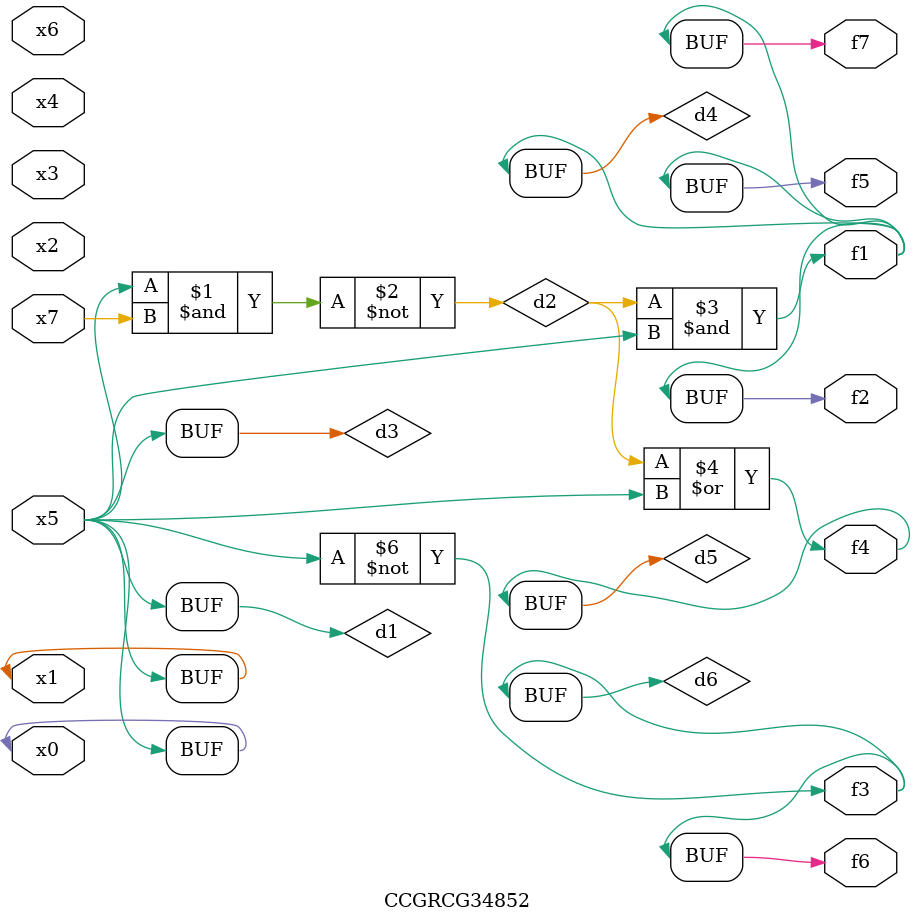
<source format=v>
module CCGRCG34852(
	input x0, x1, x2, x3, x4, x5, x6, x7,
	output f1, f2, f3, f4, f5, f6, f7
);

	wire d1, d2, d3, d4, d5, d6;

	buf (d1, x0, x5);
	nand (d2, x5, x7);
	buf (d3, x0, x1);
	and (d4, d2, d3);
	or (d5, d2, d3);
	nor (d6, d1, d3);
	assign f1 = d4;
	assign f2 = d4;
	assign f3 = d6;
	assign f4 = d5;
	assign f5 = d4;
	assign f6 = d6;
	assign f7 = d4;
endmodule

</source>
